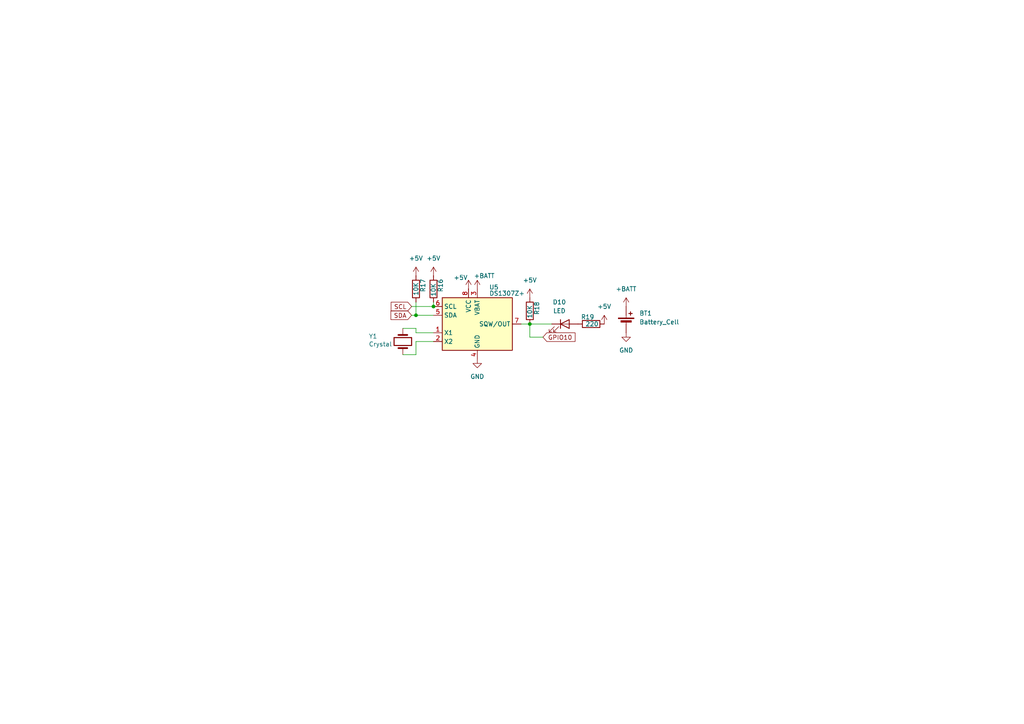
<source format=kicad_sch>
(kicad_sch (version 20250114) (generator "eeschema") (generator_version "9.0")
  (paper "A4")
  (title_block (title "Raspberry Pi Pico Logger - RTC") (date "2025-06-21") (rev "2.0") (company "Creator: Piotr Kłyś"))
  (lib_symbols
    (symbol "Device:Battery_Cell" (pin_numbers (hide yes)) (pin_names (offset 0) (hide yes))
      (property "Reference" "BT" (at 2.54 2.54 0))
      (property "Value" "Battery_Cell" (at 2.54 0 0))
      (symbol "Battery_Cell_0_1"
        (rectangle (start -2.286 1.778) (end 2.286 1.524) (fill (type outline)))
        (rectangle (start -1.524 1.016) (end 1.524 0.508) (fill (type outline)))
        (polyline (pts (xy 0 1.778) (xy 0 2.54)))
        (polyline (pts (xy 0 0.762) (xy 0 0)))
        (polyline (pts (xy 0.762 3.048) (xy 1.778 3.048)) (stroke (width 0.254)))
        (polyline (pts (xy 1.27 3.556) (xy 1.27 2.54)) (stroke (width 0.254)))
      )
      (symbol "Battery_Cell_1_1"
        (pin passive line (at 0 5.08 270) (length 2.54) (name "+") (number "1"))
        (pin passive line (at 0 -2.54 90) (length 2.54) (name "-") (number "2"))
      )
    )
    (symbol "Device:Crystal" (pin_numbers (hide yes)) (pin_names (offset 1.016) (hide yes))
      (property "Reference" "Y" (at 0 3.81 0))
      (property "Value" "Crystal" (at 0 -3.81 0))
      (symbol "Crystal_0_1"
        (polyline (pts (xy -2.54 0) (xy -1.905 0)))
        (polyline (pts (xy -1.905 -1.27) (xy -1.905 1.27)) (stroke (width 0.508)))
        (rectangle (start -1.143 2.54) (end 1.143 -2.54) (stroke (width 0.3048)))
        (polyline (pts (xy 1.905 -1.27) (xy 1.905 1.27)) (stroke (width 0.508)))
        (polyline (pts (xy 2.54 0) (xy 1.905 0)))
      )
      (symbol "Crystal_1_1"
        (pin passive line (at -3.81 0 0) (length 1.27) (name "1") (number "1"))
        (pin passive line (at 3.81 0 180) (length 1.27) (name "2") (number "2"))
      )
    )
    (symbol "Device:LED" (pin_numbers (hide yes)) (pin_names (offset 1.016) (hide yes))
      (property "Reference" "D" (at 0 2.54 0))
      (property "Value" "LED" (at 0 -2.54 0))
      (symbol "LED_0_1"
        (polyline (pts (xy -3.048 -0.762) (xy -4.572 -2.286) (xy -3.81 -2.286) (xy -4.572 -2.286) (xy -4.572 -1.524)))
        (polyline (pts (xy -1.778 -0.762) (xy -3.302 -2.286) (xy -2.54 -2.286) (xy -3.302 -2.286) (xy -3.302 -1.524)))
        (polyline (pts (xy -1.27 0) (xy 1.27 0)))
        (polyline (pts (xy -1.27 -1.27) (xy -1.27 1.27)) (stroke (width 0.254)))
        (polyline (pts (xy 1.27 -1.27) (xy 1.27 1.27) (xy -1.27 0) (xy 1.27 -1.27)) (stroke (width 0.254)))
      )
      (symbol "LED_1_1"
        (pin passive line (at -3.81 0 0) (length 2.54) (name "K") (number "1"))
        (pin passive line (at 3.81 0 180) (length 2.54) (name "A") (number "2"))
      )
    )
    (symbol "Device:R" (pin_numbers (hide yes)) (pin_names (offset 0))
      (property "Reference" "R" (at 2.032 0 90))
      (property "Value" "R" (at 0 0 90))
      (symbol "R_0_1"
        (rectangle (start -1.016 -2.54) (end 1.016 2.54) (stroke (width 0.254)))
      )
      (symbol "R_1_1"
        (pin passive line (at 0 3.81 270) (length 1.27) (name "~") (number "1"))
        (pin passive line (at 0 -3.81 90) (length 1.27) (name "~") (number "2"))
      )
    )
    (symbol "Timer_RTC:DS1307Z+"
      (property "Reference" "U" (at -8.89 8.89 0))
      (property "Value" "DS1307Z+" (at 1.27 8.89 0))
      (symbol "DS1307Z+_0_1"
        (rectangle (start -10.16 7.62) (end 10.16 -7.62) (stroke (width 0.254)) (fill (type background)))
      )
      (symbol "DS1307Z+_1_1"
        (pin input line (at -12.7 5.08 0) (length 2.54) (name "SCL") (number "6"))
        (pin bidirectional line (at -12.7 2.54 0) (length 2.54) (name "SDA") (number "5"))
        (pin input line (at -12.7 -2.54 0) (length 2.54) (name "X1") (number "1"))
        (pin input line (at -12.7 -5.08 0) (length 2.54) (name "X2") (number "2"))
        (pin power_in line (at -2.54 10.16 270) (length 2.54) (name "VCC") (number "8"))
        (pin power_in line (at 0 10.16 270) (length 2.54) (name "VBAT") (number "3"))
        (pin power_in line (at 0 -10.16 90) (length 2.54) (name "GND") (number "4"))
        (pin open_collector line (at 12.7 0 180) (length 2.54) (name "SQW/OUT") (number "7"))
      )
    )
    (symbol "power:+5V" (power) (pin_numbers (hide yes)) (pin_names (offset 0) (hide yes))
      (property "Value" "+5V" (at 0 3.556 0))
      (symbol "+5V_0_1"
        (polyline (pts (xy -0.762 1.27) (xy 0 2.54)))
        (polyline (pts (xy 0 2.54) (xy 0.762 1.27)))
        (polyline (pts (xy 0 0) (xy 0 2.54)))
      )
      (symbol "+5V_1_1"
        (pin power_in line (at 0 0 90) (length 0) (name "~") (number "1"))
      )
    )
    (symbol "power:+BATT" (power) (pin_numbers (hide yes)) (pin_names (offset 0) (hide yes))
      (property "Value" "+BATT" (at 0 3.556 0))
      (symbol "+BATT_0_1"
        (polyline (pts (xy -0.762 1.27) (xy 0 2.54)))
        (polyline (pts (xy 0 2.54) (xy 0.762 1.27)))
        (polyline (pts (xy 0 0) (xy 0 2.54)))
      )
      (symbol "+BATT_1_1"
        (pin power_in line (at 0 0 90) (length 0) (name "~") (number "1"))
      )
    )
    (symbol "power:GND" (power) (pin_numbers (hide yes)) (pin_names (offset 0) (hide yes))
      (property "Value" "GND" (at 0 -3.81 0))
      (symbol "GND_0_1"
        (polyline (pts (xy 0 0) (xy 0 -1.27) (xy 1.27 -1.27) (xy 0 -2.54) (xy -1.27 -1.27) (xy 0 -1.27)))
      )
      (symbol "GND_1_1"
        (pin power_in line (at 0 0 270) (length 0) (name "~") (number "1"))
      )
    )
  )
  (junction (at 153.67 93.98))
  (junction (at 120.65 91.44))
  (junction (at 125.73 88.9))
  (wire (pts (xy 125.73 87.63) (xy 125.73 88.9)))
  (wire (pts (xy 120.65 102.87) (xy 120.65 99.06)))
  (wire (pts (xy 120.65 96.52) (xy 120.65 95.25)))
  (wire (pts (xy 153.67 93.98) (xy 160.02 93.98)))
  (wire (pts (xy 153.67 93.98) (xy 153.67 97.79)))
  (wire (pts (xy 120.65 99.06) (xy 125.73 99.06)))
  (wire (pts (xy 119.38 88.9) (xy 125.73 88.9)))
  (wire (pts (xy 116.84 95.25) (xy 120.65 95.25)))
  (wire (pts (xy 120.65 91.44) (xy 125.73 91.44)))
  (wire (pts (xy 120.65 91.44) (xy 120.65 87.63)))
  (wire (pts (xy 151.13 93.98) (xy 153.67 93.98)))
  (wire (pts (xy 119.38 91.44) (xy 120.65 91.44)))
  (wire (pts (xy 153.67 97.79) (xy 157.48 97.79)))
  (wire (pts (xy 116.84 102.87) (xy 120.65 102.87)))
  (wire (pts (xy 125.73 96.52) (xy 120.65 96.52)))
  (global_label "SCL" (shape input) (at 119.38 88.9 180) (property "Intersheetrefs" "${INTERSHEET_REFS}" (effects (hide yes))))
  (global_label "SDA" (shape input) (at 119.38 91.44 180) (property "Intersheetrefs" "${INTERSHEET_REFS}" (effects (hide yes))))
  (global_label "GPIO10" (shape input) (at 157.48 97.79 0) (property "Intersheetrefs" "${INTERSHEET_REFS}" (effects (hide yes))))
  (symbol (lib_id "Device:R") (at 153.67 90.17 0) (unit 1)
    (property "Reference" "R18" (at 155.702 89.408 90))
    (property "Value" "10K" (at 153.67 90.424 90))
    (property "Footprint" "Resistor_SMD:R_0805_2012Metric" (effects (hide yes)))
    (property "Description" "Resistor" (effects (hide yes)))
  )
  (symbol (lib_id "Device:R") (at 125.73 83.82 0) (unit 1)
    (property "Reference" "R16" (at 127.762 82.804 90))
    (property "Value" "10K" (at 125.73 84.074 90))
    (property "Footprint" "Resistor_SMD:R_0805_2012Metric" (effects (hide yes)))
    (property "Description" "Resistor" (effects (hide yes)))
  )
  (symbol (lib_id "Device:R") (at 171.45 93.98 90) (unit 1)
    (property "Reference" "R19" (at 170.434 91.948 90))
    (property "Value" "220" (at 171.704 93.98 90))
    (property "Footprint" "Resistor_SMD:R_0805_2012Metric" (effects (hide yes)))
    (property "Description" "Resistor" (effects (hide yes)))
  )
  (symbol (lib_id "Device:Battery_Cell") (at 181.61 93.98 0) (unit 1)
    (property "Reference" "BT1" (at 185.42 90.8684 0) (effects (justify left)))
    (property "Value" "Battery_Cell" (at 185.42 93.4084 0) (effects (justify left)))
    (property "Footprint" "Battery:BatteryHolder_Keystone_104_1x23mm" (effects (hide yes)))
    (property "Description" "Single-cell battery" (effects (hide yes)))
  )
  (symbol (lib_id "power:+BATT") (at 138.43 83.82 0) (unit 1)
    (property "Reference" "#PWR033" (effects (hide yes)))
    (property "Value" "+BATT" (at 140.462 80.01 0))
    (property "Description" "Power symbol creates a global label with name \"+BATT\"" (effects (hide yes)))
  )
  (symbol (lib_id "power:+5V") (at 175.26 93.98 0) (unit 1)
    (property "Reference" "#PWR040" (effects (hide yes)))
    (property "Value" "+5V" (at 175.26 88.9 0))
    (property "Description" "Power symbol creates a global label with name \"+5V\"" (effects (hide yes)))
  )
  (symbol (lib_id "Device:R") (at 120.65 83.82 0) (unit 1)
    (property "Reference" "R17" (at 122.682 82.804 90))
    (property "Value" "10K" (at 120.65 83.82 90))
    (property "Footprint" "Resistor_SMD:R_0805_2012Metric" (effects (hide yes)))
    (property "Description" "Resistor" (effects (hide yes)))
  )
  (symbol (lib_id "power:+BATT") (at 181.61 88.9 0) (unit 1)
    (property "Reference" "#PWR036" (effects (hide yes)))
    (property "Value" "+BATT" (at 181.61 83.82 0))
    (property "Description" "Power symbol creates a global label with name \"+BATT\"" (effects (hide yes)))
  )
  (symbol (lib_id "power:+5V") (at 125.73 80.01 0) (unit 1)
    (property "Reference" "#PWR038" (effects (hide yes)))
    (property "Value" "+5V" (at 125.73 74.93 0))
    (property "Description" "Power symbol creates a global label with name \"+5V\"" (effects (hide yes)))
  )
  (symbol (lib_id "power:+5V") (at 135.89 83.82 0) (unit 1)
    (property "Reference" "#PWR034" (effects (hide yes)))
    (property "Value" "+5V" (at 133.604 80.518 0))
    (property "Description" "Power symbol creates a global label with name \"+5V\"" (effects (hide yes)))
  )
  (symbol (lib_id "Device:LED") (at 163.83 93.98 0) (unit 1)
    (property "Reference" "D10" (at 162.2425 87.63 0))
    (property "Value" "LED" (at 162.2425 90.17 0))
    (property "Footprint" "LED_SMD:LED_0805_2012Metric" (effects (hide yes)))
    (property "Description" "Light emitting diode" (effects (hide yes)))
    (property "Sim.Pins" "1=K 2=A" (effects (hide yes)))
  )
  (symbol (lib_id "power:+5V") (at 120.65 80.01 0) (unit 1)
    (property "Reference" "#PWR037" (effects (hide yes)))
    (property "Value" "+5V" (at 120.65 74.93 0))
    (property "Description" "Power symbol creates a global label with name \"+5V\"" (effects (hide yes)))
  )
  (symbol (lib_id "Timer_RTC:DS1307Z+") (at 138.43 93.98 0) (unit 1)
    (property "Reference" "U5" (at 143.256 83.312 0))
    (property "Value" "DS1307Z+" (at 147.066 85.09 0))
    (property "Footprint" "Package_SO:SOIC-8_3.9x4.9mm_P1.27mm" (effects (hide yes)))
    (property "Datasheet" "https://datasheets.maximintegrated.com/en/ds/DS1307.pdf" (effects (hide yes)))
    (property "Description" "64 x 8, Serial, I2C Real-time clock, 4.5V to 5.5V VCC, 0°C to +70°C, SOIC-8" (effects (hide yes)))
  )
  (symbol (lib_id "power:GND") (at 138.43 104.14 0) (unit 1)
    (property "Reference" "#PWR010" (effects (hide yes)))
    (property "Value" "GND" (at 138.43 109.22 0))
    (property "Description" "Power symbol creates a global label with name \"GND\" , ground" (effects (hide yes)))
  )
  (symbol (lib_id "power:GND") (at 181.61 96.52 0) (unit 1)
    (property "Reference" "#PWR035" (effects (hide yes)))
    (property "Value" "GND" (at 181.61 101.6 0))
    (property "Description" "Power symbol creates a global label with name \"GND\" , ground" (effects (hide yes)))
  )
  (symbol (lib_id "power:+5V") (at 153.67 86.36 0) (unit 1)
    (property "Reference" "#PWR039" (effects (hide yes)))
    (property "Value" "+5V" (at 153.67 81.28 0))
    (property "Description" "Power symbol creates a global label with name \"+5V\"" (effects (hide yes)))
  )
  (symbol (lib_id "Device:Crystal") (at 116.84 99.06 90) (unit 1)
    (property "Reference" "Y1" (at 106.934 97.536 90) (effects (justify right)))
    (property "Value" "Crystal" (at 106.934 99.822 90) (effects (justify right)))
    (property "Footprint" "Crystal:Crystal_SMD_3215-2Pin_3.2x1.5mm" (effects (hide yes)))
    (property "Description" "Two pin crystal" (effects (hide yes)))
  )
)
</source>
